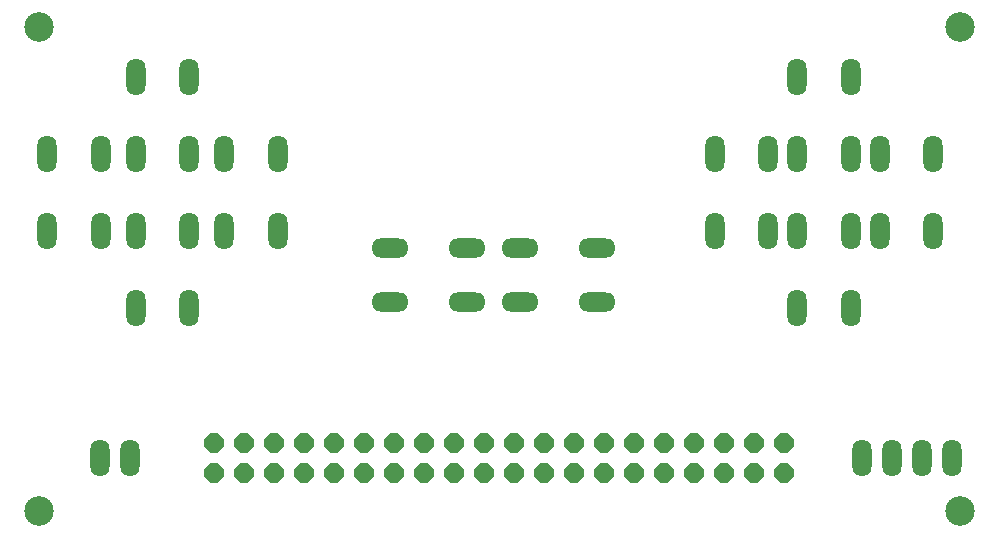
<source format=gbr>
%TF.GenerationSoftware,KiCad,Pcbnew,9.0.2*%
%TF.CreationDate,2025-06-21T15:19:28-04:00*%
%TF.ProjectId,PiGRRL-ButtonPCB,50694752-524c-42d4-9275-74746f6e5043,rev?*%
%TF.SameCoordinates,Original*%
%TF.FileFunction,Soldermask,Bot*%
%TF.FilePolarity,Negative*%
%FSLAX46Y46*%
G04 Gerber Fmt 4.6, Leading zero omitted, Abs format (unit mm)*
G04 Created by KiCad (PCBNEW 9.0.2) date 2025-06-21 15:19:28*
%MOMM*%
%LPD*%
G01*
G04 APERTURE LIST*
G04 Aperture macros list*
%AMFreePoly0*
4,1,17,0.351552,0.797921,0.797921,0.351552,0.812800,0.315631,0.812800,-0.315631,0.797921,-0.351552,0.351552,-0.797921,0.315631,-0.812800,-0.315631,-0.812800,-0.351552,-0.797921,-0.797921,-0.351552,-0.812800,-0.315631,-0.812800,0.315631,-0.797921,0.351552,-0.351552,0.797921,-0.315631,0.812800,0.315631,0.812800,0.351552,0.797921,0.351552,0.797921,$1*%
G04 Aperture macros list end*
%ADD10C,2.500000*%
%ADD11O,1.625600X3.149600*%
%ADD12O,3.149600X1.625600*%
%ADD13FreePoly0,0.000000*%
G04 APERTURE END LIST*
D10*
%TO.C,UNK_HOLE_0*%
X109501100Y-84503600D03*
%TD*%
%TO.C,UNK_HOLE_1*%
X109501100Y-125503600D03*
%TD*%
%TO.C,UNK_HOLE_2*%
X187501100Y-125503600D03*
%TD*%
%TO.C,UNK_HOLE_3*%
X187501100Y-84503600D03*
%TD*%
D11*
%TO.C,LEFT0*%
X114761700Y-95252400D03*
X110240500Y-95252400D03*
X114761700Y-101754800D03*
X110240500Y-101754800D03*
%TD*%
%TO.C,UP0*%
X122261700Y-88752400D03*
X117740500Y-88752400D03*
X122261700Y-95254800D03*
X117740500Y-95254800D03*
%TD*%
%TO.C,Y0*%
X171261700Y-95252400D03*
X166740500Y-95252400D03*
X171261700Y-101754800D03*
X166740500Y-101754800D03*
%TD*%
%TO.C,RIGHT0*%
X129761700Y-95252400D03*
X125240500Y-95252400D03*
X129761700Y-101754800D03*
X125240500Y-101754800D03*
%TD*%
%TO.C,DOWN0*%
X122261700Y-101752400D03*
X117740500Y-101752400D03*
X122261700Y-108254800D03*
X117740500Y-108254800D03*
%TD*%
%TO.C,X0*%
X178261700Y-88752400D03*
X173740500Y-88752400D03*
X178261700Y-95254800D03*
X173740500Y-95254800D03*
%TD*%
%TO.C,A0*%
X185261700Y-95252400D03*
X180740500Y-95252400D03*
X185261700Y-101754800D03*
X180740500Y-101754800D03*
%TD*%
%TO.C,B0*%
X178261700Y-101752400D03*
X173740500Y-101752400D03*
X178261700Y-108254800D03*
X173740500Y-108254800D03*
%TD*%
D12*
%TO.C,SELECT0*%
X145752300Y-107764200D03*
X145752300Y-103243000D03*
X139249900Y-107764200D03*
X139249900Y-103243000D03*
%TD*%
%TO.C,START0*%
X156752300Y-107764200D03*
X156752300Y-103243000D03*
X150249900Y-107764200D03*
X150249900Y-103243000D03*
%TD*%
D13*
%TO.C,HEADER0*%
X172631100Y-122273600D03*
X172631100Y-119733600D03*
X170091100Y-122273600D03*
X170091100Y-119733600D03*
X167551100Y-122273600D03*
X167551100Y-119733600D03*
X165011100Y-122273600D03*
X165011100Y-119733600D03*
X162471100Y-122273600D03*
X162471100Y-119733600D03*
X159931100Y-122273600D03*
X159931100Y-119733600D03*
X157391100Y-122273600D03*
X157391100Y-119733600D03*
X154851100Y-122273600D03*
X154851100Y-119733600D03*
X152311100Y-122273600D03*
X152311100Y-119733600D03*
X149771100Y-122273600D03*
X149771100Y-119733600D03*
X147231100Y-122273600D03*
X147231100Y-119733600D03*
X144691100Y-122273600D03*
X144691100Y-119733600D03*
X142151100Y-122273600D03*
X142151100Y-119733600D03*
X139611100Y-122273600D03*
X139611100Y-119733600D03*
X137071100Y-122273600D03*
X137071100Y-119733600D03*
X134531100Y-122273600D03*
X134531100Y-119733600D03*
X131991100Y-122273600D03*
X131991100Y-119733600D03*
X129451100Y-122273600D03*
X129451100Y-119733600D03*
X126911100Y-122273600D03*
X126911100Y-119733600D03*
X124371100Y-122273600D03*
X124371100Y-119733600D03*
%TD*%
D11*
%TO.C,POWER0*%
X117271100Y-121003600D03*
X114731100Y-121003600D03*
%TD*%
%TO.C,BUMPERS0*%
X186811100Y-121003600D03*
X184271100Y-121003600D03*
X181731100Y-121003600D03*
X179191100Y-121003600D03*
%TD*%
M02*

</source>
